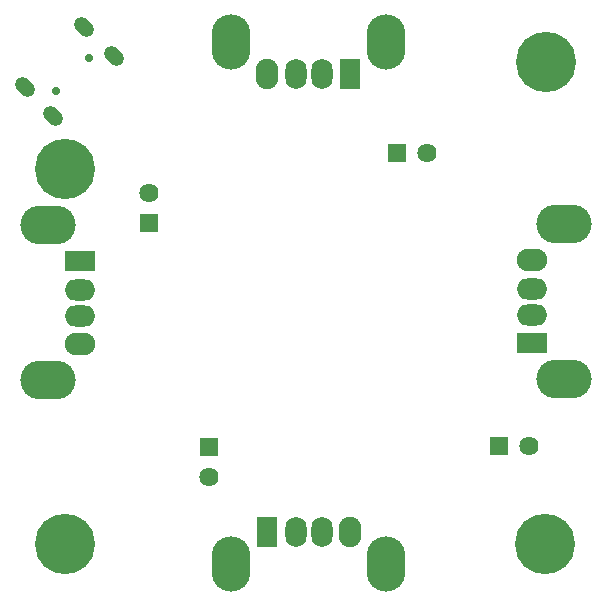
<source format=gbs>
G04*
G04 #@! TF.GenerationSoftware,Altium Limited,Altium Designer,20.0.11 (256)*
G04*
G04 Layer_Color=16711935*
%FSLAX25Y25*%
%MOIN*%
G70*
G01*
G75*
%ADD39C,0.20085*%
%ADD40O,0.10243X0.07093*%
G04:AMPARAMS|DCode=41|XSize=51.24mil|YSize=74.87mil|CornerRadius=0mil|HoleSize=0mil|Usage=FLASHONLY|Rotation=45.000|XOffset=0mil|YOffset=0mil|HoleType=Round|Shape=Round|*
%AMOVALD41*
21,1,0.02362,0.05124,0.00000,0.00000,135.0*
1,1,0.05124,0.00835,-0.00835*
1,1,0.05124,-0.00835,0.00835*
%
%ADD41OVALD41*%

%ADD42C,0.02762*%
%ADD43C,0.06400*%
%ADD44R,0.06400X0.06400*%
%ADD45R,0.06400X0.06400*%
%ADD46O,0.12998X0.18400*%
%ADD47O,0.07487X0.10243*%
%ADD48O,0.07093X0.10243*%
%ADD49R,0.07100X0.10200*%
%ADD50O,0.18400X0.12998*%
%ADD51O,0.10243X0.07487*%
%ADD52R,0.10200X0.07100*%
D39*
X19618Y144598D02*
D03*
Y19700D02*
D03*
X179773Y19700D02*
D03*
X179900Y180200D02*
D03*
D40*
X175200Y96169D02*
D03*
Y104831D02*
D03*
X24700Y95769D02*
D03*
Y104431D02*
D03*
D41*
X26110Y192037D02*
D03*
X6205Y172132D02*
D03*
X35839Y182446D02*
D03*
X15795Y162402D02*
D03*
D42*
X16575Y170531D02*
D03*
X27710Y181667D02*
D03*
D43*
X140428Y149996D02*
D03*
X174380Y52232D02*
D03*
X67747Y42133D02*
D03*
X47626Y136810D02*
D03*
D44*
X130428Y149996D02*
D03*
X164380Y52232D02*
D03*
D45*
X67747Y52133D02*
D03*
X47626Y126810D02*
D03*
D46*
X126766Y186969D02*
D03*
X75034D02*
D03*
Y13031D02*
D03*
X126766D02*
D03*
D47*
X87120Y176300D02*
D03*
X114680Y23700D02*
D03*
D48*
X96569Y176300D02*
D03*
X105231D02*
D03*
Y23700D02*
D03*
X96569D02*
D03*
D49*
X114680Y176300D02*
D03*
X87120Y23700D02*
D03*
D50*
X185869Y74634D02*
D03*
Y126366D02*
D03*
X14031Y125966D02*
D03*
Y74234D02*
D03*
D51*
X175200Y114280D02*
D03*
X24700Y86320D02*
D03*
D52*
X175200Y86720D02*
D03*
X24700Y113880D02*
D03*
M02*

</source>
